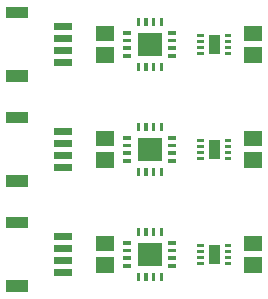
<source format=gbr>
G04 start of page 11 for group -4015 idx -4015 *
G04 Title: (unknown), toppaste *
G04 Creator: pcb 20140316 *
G04 CreationDate: Wed 28 Nov 2018 04:36:04 PM GMT UTC *
G04 For: railfan *
G04 Format: Gerber/RS-274X *
G04 PCB-Dimensions (mil): 900.00 970.00 *
G04 PCB-Coordinate-Origin: lower left *
%MOIN*%
%FSLAX25Y25*%
%LNTOPPASTE*%
%ADD48R,0.0512X0.0512*%
%ADD47R,0.0354X0.0354*%
%ADD46R,0.0098X0.0098*%
%ADD45C,0.0001*%
%ADD44R,0.0118X0.0118*%
%ADD43R,0.0384X0.0384*%
%ADD42R,0.0236X0.0236*%
G54D42*X18130Y89406D02*X21870D01*
X18130Y85469D02*X21870D01*
X18130Y81531D02*X21870D01*
X18130Y77594D02*X21870D01*
G54D43*X3120Y72919D02*X6368D01*
X3120Y94081D02*X6368D01*
G54D44*X55693Y79661D02*X57268D01*
X55693Y82220D02*X57268D01*
X55693Y84780D02*X57268D01*
X55693Y87339D02*X57268D01*
X52839Y91768D02*Y90193D01*
X50280Y91768D02*Y90193D01*
X47720Y91768D02*Y90193D01*
X45161Y91768D02*Y90193D01*
X40732Y87339D02*X42307D01*
X40732Y84780D02*X42307D01*
X40732Y82220D02*X42307D01*
X40732Y79661D02*X42307D01*
X45161Y76807D02*Y75232D01*
X47720Y76807D02*Y75232D01*
X50280Y76807D02*Y75232D01*
X52839Y76807D02*Y75232D01*
G54D45*G36*
X45063Y87437D02*Y79563D01*
X52937D01*
Y87437D01*
X45063D01*
G37*
G54D46*X65283Y86453D02*X66465D01*
X65283Y84484D02*X66465D01*
X65283Y82516D02*X66465D01*
X65283Y80547D02*X66465D01*
X74535D02*X75717D01*
X74535Y82516D02*X75717D01*
X74535Y84484D02*X75717D01*
X74535Y86453D02*X75717D01*
G54D47*X70500Y84878D02*Y82122D01*
G54D48*X33607Y79957D02*X34393D01*
X33607Y87043D02*X34393D01*
X83107Y79957D02*X83893D01*
X83107Y87043D02*X83893D01*
G54D42*X18130Y54406D02*X21870D01*
X18130Y50469D02*X21870D01*
X18130Y46531D02*X21870D01*
X18130Y42594D02*X21870D01*
G54D43*X3120Y37919D02*X6368D01*
X3120Y59081D02*X6368D01*
G54D44*X55693Y44661D02*X57268D01*
X55693Y47220D02*X57268D01*
X55693Y49780D02*X57268D01*
X55693Y52339D02*X57268D01*
X52839Y56768D02*Y55193D01*
X50280Y56768D02*Y55193D01*
X47720Y56768D02*Y55193D01*
X45161Y56768D02*Y55193D01*
X40732Y52339D02*X42307D01*
X40732Y49780D02*X42307D01*
X40732Y47220D02*X42307D01*
X40732Y44661D02*X42307D01*
X45161Y41807D02*Y40232D01*
X47720Y41807D02*Y40232D01*
X50280Y41807D02*Y40232D01*
X52839Y41807D02*Y40232D01*
G54D45*G36*
X45063Y52437D02*Y44563D01*
X52937D01*
Y52437D01*
X45063D01*
G37*
G54D46*X65283Y51453D02*X66465D01*
X65283Y49484D02*X66465D01*
X65283Y47516D02*X66465D01*
X65283Y45547D02*X66465D01*
X74535D02*X75717D01*
X74535Y47516D02*X75717D01*
X74535Y49484D02*X75717D01*
X74535Y51453D02*X75717D01*
G54D47*X70500Y49878D02*Y47122D01*
G54D48*X33607Y44957D02*X34393D01*
X33607Y52043D02*X34393D01*
X83107Y44957D02*X83893D01*
X83107Y52043D02*X83893D01*
G54D42*X18130Y19406D02*X21870D01*
X18130Y15469D02*X21870D01*
X18130Y11531D02*X21870D01*
X18130Y7594D02*X21870D01*
G54D43*X3120Y2919D02*X6368D01*
X3120Y24081D02*X6368D01*
G54D44*X55693Y9661D02*X57268D01*
X55693Y12220D02*X57268D01*
X55693Y14780D02*X57268D01*
X55693Y17339D02*X57268D01*
X52839Y21768D02*Y20193D01*
X50280Y21768D02*Y20193D01*
X47720Y21768D02*Y20193D01*
X45161Y21768D02*Y20193D01*
X40732Y17339D02*X42307D01*
X40732Y14780D02*X42307D01*
X40732Y12220D02*X42307D01*
X40732Y9661D02*X42307D01*
X45161Y6807D02*Y5232D01*
X47720Y6807D02*Y5232D01*
X50280Y6807D02*Y5232D01*
X52839Y6807D02*Y5232D01*
G54D45*G36*
X45063Y17437D02*Y9563D01*
X52937D01*
Y17437D01*
X45063D01*
G37*
G54D46*X65283Y16453D02*X66465D01*
X65283Y14484D02*X66465D01*
X65283Y12516D02*X66465D01*
X65283Y10547D02*X66465D01*
X74535D02*X75717D01*
X74535Y12516D02*X75717D01*
X74535Y14484D02*X75717D01*
X74535Y16453D02*X75717D01*
G54D47*X70500Y14878D02*Y12122D01*
G54D48*X33607Y9957D02*X34393D01*
X33607Y17043D02*X34393D01*
X83107Y9957D02*X83893D01*
X83107Y17043D02*X83893D01*
M02*

</source>
